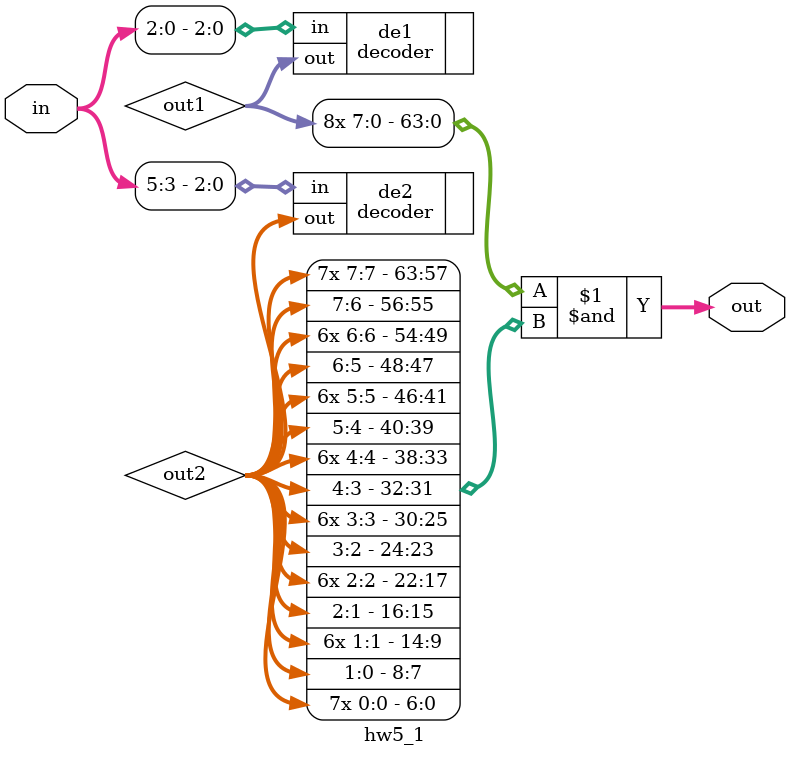
<source format=v>

`timescale 1ns/10ps

module hw5_1(in, out);
	input	[5:0]	in;
	output	[63:0]	out;
	
	wire [7:0] out1;
	wire [7:0] out2;
	// two 3:8 decoders pre-decoding
	decoder de1(.in(in[2:0]), .out(out1));
	decoder de2(.in(in[5:3]), .out(out2));
	// assmeble output bitwisely
	wire [63:0] out = {8{out1}} &
		{
			{8{out2[7]}},
			{8{out2[6]}},
			{8{out2[5]}},
			{8{out2[4]}},
			{8{out2[3]}},
			{8{out2[2]}},
			{8{out2[1]}},
			{8{out2[0]}}
		};

endmodule

</source>
